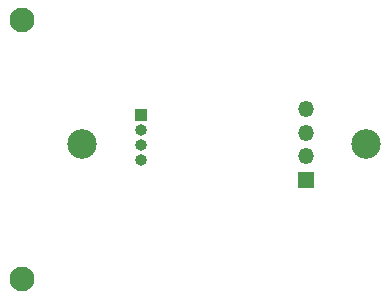
<source format=gbr>
G04 #@! TF.GenerationSoftware,KiCad,Pcbnew,5.1.12-84ad8e8a86~92~ubuntu18.04.1*
G04 #@! TF.CreationDate,2022-03-18T11:55:14+02:00*
G04 #@! TF.ProjectId,soic,736f6963-2e6b-4696-9361-645f70636258,rev?*
G04 #@! TF.SameCoordinates,Original*
G04 #@! TF.FileFunction,Soldermask,Bot*
G04 #@! TF.FilePolarity,Negative*
%FSLAX46Y46*%
G04 Gerber Fmt 4.6, Leading zero omitted, Abs format (unit mm)*
G04 Created by KiCad (PCBNEW 5.1.12-84ad8e8a86~92~ubuntu18.04.1) date 2022-03-18 11:55:14*
%MOMM*%
%LPD*%
G01*
G04 APERTURE LIST*
%ADD10C,2.100000*%
%ADD11C,2.500000*%
%ADD12O,1.350000X1.350000*%
%ADD13R,1.350000X1.350000*%
%ADD14O,1.000000X1.000000*%
%ADD15R,1.000000X1.000000*%
G04 APERTURE END LIST*
D10*
G04 #@! TO.C,H4*
X0Y4800D03*
G04 #@! TD*
G04 #@! TO.C,H3*
X0Y22004800D03*
G04 #@! TD*
D11*
G04 #@! TO.C,H2*
X29130000Y11442800D03*
G04 #@! TD*
G04 #@! TO.C,H1*
X5130000Y11442800D03*
G04 #@! TD*
D12*
G04 #@! TO.C,J2*
X24100000Y14442800D03*
X24100000Y12442800D03*
X24100000Y10442800D03*
D13*
X24100000Y8442800D03*
G04 #@! TD*
D14*
G04 #@! TO.C,J1*
X10130000Y10132800D03*
X10130000Y11402800D03*
X10130000Y12672800D03*
D15*
X10130000Y13942800D03*
G04 #@! TD*
M02*

</source>
